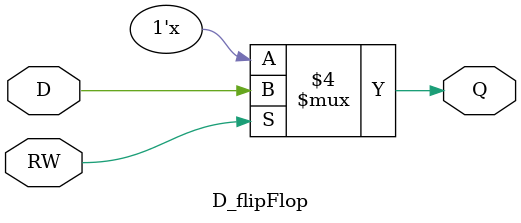
<source format=v>
module D_flipFlop(D,RW,Q);
input D; // Data input 
input RW; // clock input 
output reg Q; // output Q 
initial Q = 0;
always @(*) 
begin
if(RW == 1)
 Q <= D; 
end 
endmodule
</source>
